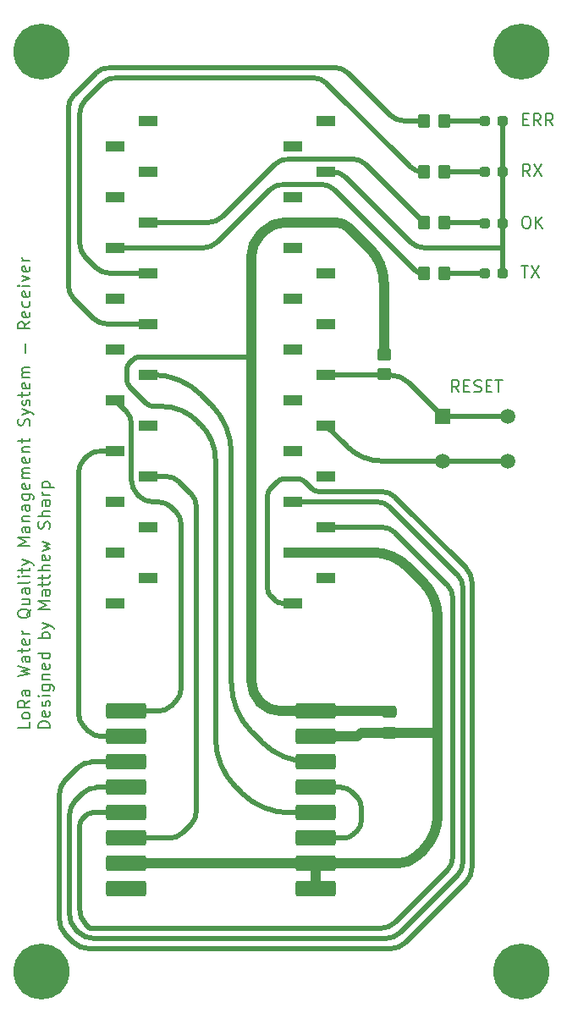
<source format=gbr>
%TF.GenerationSoftware,KiCad,Pcbnew,9.0.4*%
%TF.CreationDate,2025-11-10T15:19:37-05:00*%
%TF.ProjectId,lwqms_receiver,6c77716d-735f-4726-9563-65697665722e,rev?*%
%TF.SameCoordinates,Original*%
%TF.FileFunction,Copper,L1,Top*%
%TF.FilePolarity,Positive*%
%FSLAX46Y46*%
G04 Gerber Fmt 4.6, Leading zero omitted, Abs format (unit mm)*
G04 Created by KiCad (PCBNEW 9.0.4) date 2025-11-10 15:19:37*
%MOMM*%
%LPD*%
G01*
G04 APERTURE LIST*
G04 Aperture macros list*
%AMRoundRect*
0 Rectangle with rounded corners*
0 $1 Rounding radius*
0 $2 $3 $4 $5 $6 $7 $8 $9 X,Y pos of 4 corners*
0 Add a 4 corners polygon primitive as box body*
4,1,4,$2,$3,$4,$5,$6,$7,$8,$9,$2,$3,0*
0 Add four circle primitives for the rounded corners*
1,1,$1+$1,$2,$3*
1,1,$1+$1,$4,$5*
1,1,$1+$1,$6,$7*
1,1,$1+$1,$8,$9*
0 Add four rect primitives between the rounded corners*
20,1,$1+$1,$2,$3,$4,$5,0*
20,1,$1+$1,$4,$5,$6,$7,0*
20,1,$1+$1,$6,$7,$8,$9,0*
20,1,$1+$1,$8,$9,$2,$3,0*%
G04 Aperture macros list end*
%ADD10C,0.150000*%
%TA.AperFunction,NonConductor*%
%ADD11C,0.150000*%
%TD*%
%ADD12C,0.200000*%
%TA.AperFunction,NonConductor*%
%ADD13C,0.200000*%
%TD*%
%TA.AperFunction,SMDPad,CuDef*%
%ADD14RoundRect,0.237500X0.287500X0.237500X-0.287500X0.237500X-0.287500X-0.237500X0.287500X-0.237500X0*%
%TD*%
%TA.AperFunction,ComponentPad*%
%ADD15C,5.600000*%
%TD*%
%TA.AperFunction,SMDPad,CuDef*%
%ADD16RoundRect,0.250000X-0.350000X-0.450000X0.350000X-0.450000X0.350000X0.450000X-0.350000X0.450000X0*%
%TD*%
%TA.AperFunction,ComponentPad*%
%ADD17R,1.498600X1.498600*%
%TD*%
%TA.AperFunction,ComponentPad*%
%ADD18C,1.498600*%
%TD*%
%TA.AperFunction,SMDPad,CuDef*%
%ADD19R,1.900000X1.000000*%
%TD*%
%TA.AperFunction,SMDPad,CuDef*%
%ADD20RoundRect,0.240000X-1.760000X0.560000X-1.760000X-0.560000X1.760000X-0.560000X1.760000X0.560000X0*%
%TD*%
%TA.AperFunction,SMDPad,CuDef*%
%ADD21RoundRect,0.250000X-0.475000X0.337500X-0.475000X-0.337500X0.475000X-0.337500X0.475000X0.337500X0*%
%TD*%
%TA.AperFunction,SMDPad,CuDef*%
%ADD22RoundRect,0.250000X-0.450000X0.350000X-0.450000X-0.350000X0.450000X-0.350000X0.450000X0.350000X0*%
%TD*%
%TA.AperFunction,Conductor*%
%ADD23C,0.500000*%
%TD*%
%TA.AperFunction,Conductor*%
%ADD24C,1.000000*%
%TD*%
G04 APERTURE END LIST*
D10*
D11*
X112845342Y-116615601D02*
X111645342Y-116615601D01*
X111645342Y-116615601D02*
X111645342Y-116329887D01*
X111645342Y-116329887D02*
X111702485Y-116158458D01*
X111702485Y-116158458D02*
X111816771Y-116044173D01*
X111816771Y-116044173D02*
X111931057Y-115987030D01*
X111931057Y-115987030D02*
X112159628Y-115929887D01*
X112159628Y-115929887D02*
X112331057Y-115929887D01*
X112331057Y-115929887D02*
X112559628Y-115987030D01*
X112559628Y-115987030D02*
X112673914Y-116044173D01*
X112673914Y-116044173D02*
X112788200Y-116158458D01*
X112788200Y-116158458D02*
X112845342Y-116329887D01*
X112845342Y-116329887D02*
X112845342Y-116615601D01*
X112788200Y-114958458D02*
X112845342Y-115072744D01*
X112845342Y-115072744D02*
X112845342Y-115301316D01*
X112845342Y-115301316D02*
X112788200Y-115415601D01*
X112788200Y-115415601D02*
X112673914Y-115472744D01*
X112673914Y-115472744D02*
X112216771Y-115472744D01*
X112216771Y-115472744D02*
X112102485Y-115415601D01*
X112102485Y-115415601D02*
X112045342Y-115301316D01*
X112045342Y-115301316D02*
X112045342Y-115072744D01*
X112045342Y-115072744D02*
X112102485Y-114958458D01*
X112102485Y-114958458D02*
X112216771Y-114901316D01*
X112216771Y-114901316D02*
X112331057Y-114901316D01*
X112331057Y-114901316D02*
X112445342Y-115472744D01*
X112788200Y-114444173D02*
X112845342Y-114329887D01*
X112845342Y-114329887D02*
X112845342Y-114101316D01*
X112845342Y-114101316D02*
X112788200Y-113987030D01*
X112788200Y-113987030D02*
X112673914Y-113929887D01*
X112673914Y-113929887D02*
X112616771Y-113929887D01*
X112616771Y-113929887D02*
X112502485Y-113987030D01*
X112502485Y-113987030D02*
X112445342Y-114101316D01*
X112445342Y-114101316D02*
X112445342Y-114272745D01*
X112445342Y-114272745D02*
X112388200Y-114387030D01*
X112388200Y-114387030D02*
X112273914Y-114444173D01*
X112273914Y-114444173D02*
X112216771Y-114444173D01*
X112216771Y-114444173D02*
X112102485Y-114387030D01*
X112102485Y-114387030D02*
X112045342Y-114272745D01*
X112045342Y-114272745D02*
X112045342Y-114101316D01*
X112045342Y-114101316D02*
X112102485Y-113987030D01*
X112845342Y-113415601D02*
X112045342Y-113415601D01*
X111645342Y-113415601D02*
X111702485Y-113472744D01*
X111702485Y-113472744D02*
X111759628Y-113415601D01*
X111759628Y-113415601D02*
X111702485Y-113358458D01*
X111702485Y-113358458D02*
X111645342Y-113415601D01*
X111645342Y-113415601D02*
X111759628Y-113415601D01*
X112045342Y-112329887D02*
X113016771Y-112329887D01*
X113016771Y-112329887D02*
X113131057Y-112387029D01*
X113131057Y-112387029D02*
X113188200Y-112444172D01*
X113188200Y-112444172D02*
X113245342Y-112558458D01*
X113245342Y-112558458D02*
X113245342Y-112729887D01*
X113245342Y-112729887D02*
X113188200Y-112844172D01*
X112788200Y-112329887D02*
X112845342Y-112444172D01*
X112845342Y-112444172D02*
X112845342Y-112672744D01*
X112845342Y-112672744D02*
X112788200Y-112787029D01*
X112788200Y-112787029D02*
X112731057Y-112844172D01*
X112731057Y-112844172D02*
X112616771Y-112901315D01*
X112616771Y-112901315D02*
X112273914Y-112901315D01*
X112273914Y-112901315D02*
X112159628Y-112844172D01*
X112159628Y-112844172D02*
X112102485Y-112787029D01*
X112102485Y-112787029D02*
X112045342Y-112672744D01*
X112045342Y-112672744D02*
X112045342Y-112444172D01*
X112045342Y-112444172D02*
X112102485Y-112329887D01*
X112045342Y-111758458D02*
X112845342Y-111758458D01*
X112159628Y-111758458D02*
X112102485Y-111701315D01*
X112102485Y-111701315D02*
X112045342Y-111587030D01*
X112045342Y-111587030D02*
X112045342Y-111415601D01*
X112045342Y-111415601D02*
X112102485Y-111301315D01*
X112102485Y-111301315D02*
X112216771Y-111244173D01*
X112216771Y-111244173D02*
X112845342Y-111244173D01*
X112788200Y-110215601D02*
X112845342Y-110329887D01*
X112845342Y-110329887D02*
X112845342Y-110558459D01*
X112845342Y-110558459D02*
X112788200Y-110672744D01*
X112788200Y-110672744D02*
X112673914Y-110729887D01*
X112673914Y-110729887D02*
X112216771Y-110729887D01*
X112216771Y-110729887D02*
X112102485Y-110672744D01*
X112102485Y-110672744D02*
X112045342Y-110558459D01*
X112045342Y-110558459D02*
X112045342Y-110329887D01*
X112045342Y-110329887D02*
X112102485Y-110215601D01*
X112102485Y-110215601D02*
X112216771Y-110158459D01*
X112216771Y-110158459D02*
X112331057Y-110158459D01*
X112331057Y-110158459D02*
X112445342Y-110729887D01*
X112845342Y-109129888D02*
X111645342Y-109129888D01*
X112788200Y-109129888D02*
X112845342Y-109244173D01*
X112845342Y-109244173D02*
X112845342Y-109472745D01*
X112845342Y-109472745D02*
X112788200Y-109587030D01*
X112788200Y-109587030D02*
X112731057Y-109644173D01*
X112731057Y-109644173D02*
X112616771Y-109701316D01*
X112616771Y-109701316D02*
X112273914Y-109701316D01*
X112273914Y-109701316D02*
X112159628Y-109644173D01*
X112159628Y-109644173D02*
X112102485Y-109587030D01*
X112102485Y-109587030D02*
X112045342Y-109472745D01*
X112045342Y-109472745D02*
X112045342Y-109244173D01*
X112045342Y-109244173D02*
X112102485Y-109129888D01*
X112845342Y-107644173D02*
X111645342Y-107644173D01*
X112102485Y-107644173D02*
X112045342Y-107529888D01*
X112045342Y-107529888D02*
X112045342Y-107301316D01*
X112045342Y-107301316D02*
X112102485Y-107187030D01*
X112102485Y-107187030D02*
X112159628Y-107129888D01*
X112159628Y-107129888D02*
X112273914Y-107072745D01*
X112273914Y-107072745D02*
X112616771Y-107072745D01*
X112616771Y-107072745D02*
X112731057Y-107129888D01*
X112731057Y-107129888D02*
X112788200Y-107187030D01*
X112788200Y-107187030D02*
X112845342Y-107301316D01*
X112845342Y-107301316D02*
X112845342Y-107529888D01*
X112845342Y-107529888D02*
X112788200Y-107644173D01*
X112045342Y-106672745D02*
X112845342Y-106387031D01*
X112045342Y-106101316D02*
X112845342Y-106387031D01*
X112845342Y-106387031D02*
X113131057Y-106501316D01*
X113131057Y-106501316D02*
X113188200Y-106558459D01*
X113188200Y-106558459D02*
X113245342Y-106672745D01*
X112845342Y-104729887D02*
X111645342Y-104729887D01*
X111645342Y-104729887D02*
X112502485Y-104329887D01*
X112502485Y-104329887D02*
X111645342Y-103929887D01*
X111645342Y-103929887D02*
X112845342Y-103929887D01*
X112845342Y-102844173D02*
X112216771Y-102844173D01*
X112216771Y-102844173D02*
X112102485Y-102901315D01*
X112102485Y-102901315D02*
X112045342Y-103015601D01*
X112045342Y-103015601D02*
X112045342Y-103244173D01*
X112045342Y-103244173D02*
X112102485Y-103358458D01*
X112788200Y-102844173D02*
X112845342Y-102958458D01*
X112845342Y-102958458D02*
X112845342Y-103244173D01*
X112845342Y-103244173D02*
X112788200Y-103358458D01*
X112788200Y-103358458D02*
X112673914Y-103415601D01*
X112673914Y-103415601D02*
X112559628Y-103415601D01*
X112559628Y-103415601D02*
X112445342Y-103358458D01*
X112445342Y-103358458D02*
X112388200Y-103244173D01*
X112388200Y-103244173D02*
X112388200Y-102958458D01*
X112388200Y-102958458D02*
X112331057Y-102844173D01*
X112045342Y-102444173D02*
X112045342Y-101987030D01*
X111645342Y-102272744D02*
X112673914Y-102272744D01*
X112673914Y-102272744D02*
X112788200Y-102215601D01*
X112788200Y-102215601D02*
X112845342Y-102101316D01*
X112845342Y-102101316D02*
X112845342Y-101987030D01*
X112045342Y-101758459D02*
X112045342Y-101301316D01*
X111645342Y-101587030D02*
X112673914Y-101587030D01*
X112673914Y-101587030D02*
X112788200Y-101529887D01*
X112788200Y-101529887D02*
X112845342Y-101415602D01*
X112845342Y-101415602D02*
X112845342Y-101301316D01*
X112845342Y-100901316D02*
X111645342Y-100901316D01*
X112845342Y-100387031D02*
X112216771Y-100387031D01*
X112216771Y-100387031D02*
X112102485Y-100444173D01*
X112102485Y-100444173D02*
X112045342Y-100558459D01*
X112045342Y-100558459D02*
X112045342Y-100729888D01*
X112045342Y-100729888D02*
X112102485Y-100844173D01*
X112102485Y-100844173D02*
X112159628Y-100901316D01*
X112788200Y-99358459D02*
X112845342Y-99472745D01*
X112845342Y-99472745D02*
X112845342Y-99701317D01*
X112845342Y-99701317D02*
X112788200Y-99815602D01*
X112788200Y-99815602D02*
X112673914Y-99872745D01*
X112673914Y-99872745D02*
X112216771Y-99872745D01*
X112216771Y-99872745D02*
X112102485Y-99815602D01*
X112102485Y-99815602D02*
X112045342Y-99701317D01*
X112045342Y-99701317D02*
X112045342Y-99472745D01*
X112045342Y-99472745D02*
X112102485Y-99358459D01*
X112102485Y-99358459D02*
X112216771Y-99301317D01*
X112216771Y-99301317D02*
X112331057Y-99301317D01*
X112331057Y-99301317D02*
X112445342Y-99872745D01*
X112045342Y-98901317D02*
X112845342Y-98672746D01*
X112845342Y-98672746D02*
X112273914Y-98444174D01*
X112273914Y-98444174D02*
X112845342Y-98215603D01*
X112845342Y-98215603D02*
X112045342Y-97987031D01*
X112788200Y-96672745D02*
X112845342Y-96501317D01*
X112845342Y-96501317D02*
X112845342Y-96215602D01*
X112845342Y-96215602D02*
X112788200Y-96101317D01*
X112788200Y-96101317D02*
X112731057Y-96044174D01*
X112731057Y-96044174D02*
X112616771Y-95987031D01*
X112616771Y-95987031D02*
X112502485Y-95987031D01*
X112502485Y-95987031D02*
X112388200Y-96044174D01*
X112388200Y-96044174D02*
X112331057Y-96101317D01*
X112331057Y-96101317D02*
X112273914Y-96215602D01*
X112273914Y-96215602D02*
X112216771Y-96444174D01*
X112216771Y-96444174D02*
X112159628Y-96558459D01*
X112159628Y-96558459D02*
X112102485Y-96615602D01*
X112102485Y-96615602D02*
X111988200Y-96672745D01*
X111988200Y-96672745D02*
X111873914Y-96672745D01*
X111873914Y-96672745D02*
X111759628Y-96615602D01*
X111759628Y-96615602D02*
X111702485Y-96558459D01*
X111702485Y-96558459D02*
X111645342Y-96444174D01*
X111645342Y-96444174D02*
X111645342Y-96158459D01*
X111645342Y-96158459D02*
X111702485Y-95987031D01*
X112845342Y-95472745D02*
X111645342Y-95472745D01*
X112845342Y-94958460D02*
X112216771Y-94958460D01*
X112216771Y-94958460D02*
X112102485Y-95015602D01*
X112102485Y-95015602D02*
X112045342Y-95129888D01*
X112045342Y-95129888D02*
X112045342Y-95301317D01*
X112045342Y-95301317D02*
X112102485Y-95415602D01*
X112102485Y-95415602D02*
X112159628Y-95472745D01*
X112845342Y-93872746D02*
X112216771Y-93872746D01*
X112216771Y-93872746D02*
X112102485Y-93929888D01*
X112102485Y-93929888D02*
X112045342Y-94044174D01*
X112045342Y-94044174D02*
X112045342Y-94272746D01*
X112045342Y-94272746D02*
X112102485Y-94387031D01*
X112788200Y-93872746D02*
X112845342Y-93987031D01*
X112845342Y-93987031D02*
X112845342Y-94272746D01*
X112845342Y-94272746D02*
X112788200Y-94387031D01*
X112788200Y-94387031D02*
X112673914Y-94444174D01*
X112673914Y-94444174D02*
X112559628Y-94444174D01*
X112559628Y-94444174D02*
X112445342Y-94387031D01*
X112445342Y-94387031D02*
X112388200Y-94272746D01*
X112388200Y-94272746D02*
X112388200Y-93987031D01*
X112388200Y-93987031D02*
X112331057Y-93872746D01*
X112845342Y-93301317D02*
X112045342Y-93301317D01*
X112273914Y-93301317D02*
X112159628Y-93244174D01*
X112159628Y-93244174D02*
X112102485Y-93187032D01*
X112102485Y-93187032D02*
X112045342Y-93072746D01*
X112045342Y-93072746D02*
X112045342Y-92958460D01*
X112045342Y-92558460D02*
X113245342Y-92558460D01*
X112102485Y-92558460D02*
X112045342Y-92444175D01*
X112045342Y-92444175D02*
X112045342Y-92215603D01*
X112045342Y-92215603D02*
X112102485Y-92101317D01*
X112102485Y-92101317D02*
X112159628Y-92044175D01*
X112159628Y-92044175D02*
X112273914Y-91987032D01*
X112273914Y-91987032D02*
X112616771Y-91987032D01*
X112616771Y-91987032D02*
X112731057Y-92044175D01*
X112731057Y-92044175D02*
X112788200Y-92101317D01*
X112788200Y-92101317D02*
X112845342Y-92215603D01*
X112845342Y-92215603D02*
X112845342Y-92444175D01*
X112845342Y-92444175D02*
X112788200Y-92558460D01*
D12*
D13*
X160869006Y-61437742D02*
X160469006Y-60866314D01*
X160183292Y-61437742D02*
X160183292Y-60237742D01*
X160183292Y-60237742D02*
X160640435Y-60237742D01*
X160640435Y-60237742D02*
X160754720Y-60294885D01*
X160754720Y-60294885D02*
X160811863Y-60352028D01*
X160811863Y-60352028D02*
X160869006Y-60466314D01*
X160869006Y-60466314D02*
X160869006Y-60637742D01*
X160869006Y-60637742D02*
X160811863Y-60752028D01*
X160811863Y-60752028D02*
X160754720Y-60809171D01*
X160754720Y-60809171D02*
X160640435Y-60866314D01*
X160640435Y-60866314D02*
X160183292Y-60866314D01*
X161269006Y-60237742D02*
X162069006Y-61437742D01*
X162069006Y-60237742D02*
X161269006Y-61437742D01*
D12*
D13*
X160183292Y-55729171D02*
X160583292Y-55729171D01*
X160754720Y-56357742D02*
X160183292Y-56357742D01*
X160183292Y-56357742D02*
X160183292Y-55157742D01*
X160183292Y-55157742D02*
X160754720Y-55157742D01*
X161954720Y-56357742D02*
X161554720Y-55786314D01*
X161269006Y-56357742D02*
X161269006Y-55157742D01*
X161269006Y-55157742D02*
X161726149Y-55157742D01*
X161726149Y-55157742D02*
X161840434Y-55214885D01*
X161840434Y-55214885D02*
X161897577Y-55272028D01*
X161897577Y-55272028D02*
X161954720Y-55386314D01*
X161954720Y-55386314D02*
X161954720Y-55557742D01*
X161954720Y-55557742D02*
X161897577Y-55672028D01*
X161897577Y-55672028D02*
X161840434Y-55729171D01*
X161840434Y-55729171D02*
X161726149Y-55786314D01*
X161726149Y-55786314D02*
X161269006Y-55786314D01*
X163154720Y-56357742D02*
X162754720Y-55786314D01*
X162469006Y-56357742D02*
X162469006Y-55157742D01*
X162469006Y-55157742D02*
X162926149Y-55157742D01*
X162926149Y-55157742D02*
X163040434Y-55214885D01*
X163040434Y-55214885D02*
X163097577Y-55272028D01*
X163097577Y-55272028D02*
X163154720Y-55386314D01*
X163154720Y-55386314D02*
X163154720Y-55557742D01*
X163154720Y-55557742D02*
X163097577Y-55672028D01*
X163097577Y-55672028D02*
X163040434Y-55729171D01*
X163040434Y-55729171D02*
X162926149Y-55786314D01*
X162926149Y-55786314D02*
X162469006Y-55786314D01*
D12*
D13*
X160011863Y-70397742D02*
X160697578Y-70397742D01*
X160354720Y-71597742D02*
X160354720Y-70397742D01*
X160983292Y-70397742D02*
X161783292Y-71597742D01*
X161783292Y-70397742D02*
X160983292Y-71597742D01*
D12*
D13*
X153757006Y-83027742D02*
X153357006Y-82456314D01*
X153071292Y-83027742D02*
X153071292Y-81827742D01*
X153071292Y-81827742D02*
X153528435Y-81827742D01*
X153528435Y-81827742D02*
X153642720Y-81884885D01*
X153642720Y-81884885D02*
X153699863Y-81942028D01*
X153699863Y-81942028D02*
X153757006Y-82056314D01*
X153757006Y-82056314D02*
X153757006Y-82227742D01*
X153757006Y-82227742D02*
X153699863Y-82342028D01*
X153699863Y-82342028D02*
X153642720Y-82399171D01*
X153642720Y-82399171D02*
X153528435Y-82456314D01*
X153528435Y-82456314D02*
X153071292Y-82456314D01*
X154271292Y-82399171D02*
X154671292Y-82399171D01*
X154842720Y-83027742D02*
X154271292Y-83027742D01*
X154271292Y-83027742D02*
X154271292Y-81827742D01*
X154271292Y-81827742D02*
X154842720Y-81827742D01*
X155299863Y-82970600D02*
X155471292Y-83027742D01*
X155471292Y-83027742D02*
X155757006Y-83027742D01*
X155757006Y-83027742D02*
X155871292Y-82970600D01*
X155871292Y-82970600D02*
X155928434Y-82913457D01*
X155928434Y-82913457D02*
X155985577Y-82799171D01*
X155985577Y-82799171D02*
X155985577Y-82684885D01*
X155985577Y-82684885D02*
X155928434Y-82570600D01*
X155928434Y-82570600D02*
X155871292Y-82513457D01*
X155871292Y-82513457D02*
X155757006Y-82456314D01*
X155757006Y-82456314D02*
X155528434Y-82399171D01*
X155528434Y-82399171D02*
X155414149Y-82342028D01*
X155414149Y-82342028D02*
X155357006Y-82284885D01*
X155357006Y-82284885D02*
X155299863Y-82170600D01*
X155299863Y-82170600D02*
X155299863Y-82056314D01*
X155299863Y-82056314D02*
X155357006Y-81942028D01*
X155357006Y-81942028D02*
X155414149Y-81884885D01*
X155414149Y-81884885D02*
X155528434Y-81827742D01*
X155528434Y-81827742D02*
X155814149Y-81827742D01*
X155814149Y-81827742D02*
X155985577Y-81884885D01*
X156499863Y-82399171D02*
X156899863Y-82399171D01*
X157071291Y-83027742D02*
X156499863Y-83027742D01*
X156499863Y-83027742D02*
X156499863Y-81827742D01*
X156499863Y-81827742D02*
X157071291Y-81827742D01*
X157414148Y-81827742D02*
X158099863Y-81827742D01*
X157757005Y-83027742D02*
X157757005Y-81827742D01*
D12*
D13*
X160411863Y-65444742D02*
X160640435Y-65444742D01*
X160640435Y-65444742D02*
X160754720Y-65501885D01*
X160754720Y-65501885D02*
X160869006Y-65616171D01*
X160869006Y-65616171D02*
X160926149Y-65844742D01*
X160926149Y-65844742D02*
X160926149Y-66244742D01*
X160926149Y-66244742D02*
X160869006Y-66473314D01*
X160869006Y-66473314D02*
X160754720Y-66587600D01*
X160754720Y-66587600D02*
X160640435Y-66644742D01*
X160640435Y-66644742D02*
X160411863Y-66644742D01*
X160411863Y-66644742D02*
X160297578Y-66587600D01*
X160297578Y-66587600D02*
X160183292Y-66473314D01*
X160183292Y-66473314D02*
X160126149Y-66244742D01*
X160126149Y-66244742D02*
X160126149Y-65844742D01*
X160126149Y-65844742D02*
X160183292Y-65616171D01*
X160183292Y-65616171D02*
X160297578Y-65501885D01*
X160297578Y-65501885D02*
X160411863Y-65444742D01*
X161440435Y-66644742D02*
X161440435Y-65444742D01*
X162126149Y-66644742D02*
X161611863Y-65959028D01*
X162126149Y-65444742D02*
X161440435Y-66130457D01*
D10*
D11*
X110845342Y-116044173D02*
X110845342Y-116615601D01*
X110845342Y-116615601D02*
X109645342Y-116615601D01*
X110845342Y-115472744D02*
X110788200Y-115587029D01*
X110788200Y-115587029D02*
X110731057Y-115644172D01*
X110731057Y-115644172D02*
X110616771Y-115701315D01*
X110616771Y-115701315D02*
X110273914Y-115701315D01*
X110273914Y-115701315D02*
X110159628Y-115644172D01*
X110159628Y-115644172D02*
X110102485Y-115587029D01*
X110102485Y-115587029D02*
X110045342Y-115472744D01*
X110045342Y-115472744D02*
X110045342Y-115301315D01*
X110045342Y-115301315D02*
X110102485Y-115187029D01*
X110102485Y-115187029D02*
X110159628Y-115129887D01*
X110159628Y-115129887D02*
X110273914Y-115072744D01*
X110273914Y-115072744D02*
X110616771Y-115072744D01*
X110616771Y-115072744D02*
X110731057Y-115129887D01*
X110731057Y-115129887D02*
X110788200Y-115187029D01*
X110788200Y-115187029D02*
X110845342Y-115301315D01*
X110845342Y-115301315D02*
X110845342Y-115472744D01*
X110845342Y-113872744D02*
X110273914Y-114272744D01*
X110845342Y-114558458D02*
X109645342Y-114558458D01*
X109645342Y-114558458D02*
X109645342Y-114101315D01*
X109645342Y-114101315D02*
X109702485Y-113987030D01*
X109702485Y-113987030D02*
X109759628Y-113929887D01*
X109759628Y-113929887D02*
X109873914Y-113872744D01*
X109873914Y-113872744D02*
X110045342Y-113872744D01*
X110045342Y-113872744D02*
X110159628Y-113929887D01*
X110159628Y-113929887D02*
X110216771Y-113987030D01*
X110216771Y-113987030D02*
X110273914Y-114101315D01*
X110273914Y-114101315D02*
X110273914Y-114558458D01*
X110845342Y-112844173D02*
X110216771Y-112844173D01*
X110216771Y-112844173D02*
X110102485Y-112901315D01*
X110102485Y-112901315D02*
X110045342Y-113015601D01*
X110045342Y-113015601D02*
X110045342Y-113244173D01*
X110045342Y-113244173D02*
X110102485Y-113358458D01*
X110788200Y-112844173D02*
X110845342Y-112958458D01*
X110845342Y-112958458D02*
X110845342Y-113244173D01*
X110845342Y-113244173D02*
X110788200Y-113358458D01*
X110788200Y-113358458D02*
X110673914Y-113415601D01*
X110673914Y-113415601D02*
X110559628Y-113415601D01*
X110559628Y-113415601D02*
X110445342Y-113358458D01*
X110445342Y-113358458D02*
X110388200Y-113244173D01*
X110388200Y-113244173D02*
X110388200Y-112958458D01*
X110388200Y-112958458D02*
X110331057Y-112844173D01*
X109645342Y-111472744D02*
X110845342Y-111187030D01*
X110845342Y-111187030D02*
X109988200Y-110958458D01*
X109988200Y-110958458D02*
X110845342Y-110729887D01*
X110845342Y-110729887D02*
X109645342Y-110444173D01*
X110845342Y-109472744D02*
X110216771Y-109472744D01*
X110216771Y-109472744D02*
X110102485Y-109529886D01*
X110102485Y-109529886D02*
X110045342Y-109644172D01*
X110045342Y-109644172D02*
X110045342Y-109872744D01*
X110045342Y-109872744D02*
X110102485Y-109987029D01*
X110788200Y-109472744D02*
X110845342Y-109587029D01*
X110845342Y-109587029D02*
X110845342Y-109872744D01*
X110845342Y-109872744D02*
X110788200Y-109987029D01*
X110788200Y-109987029D02*
X110673914Y-110044172D01*
X110673914Y-110044172D02*
X110559628Y-110044172D01*
X110559628Y-110044172D02*
X110445342Y-109987029D01*
X110445342Y-109987029D02*
X110388200Y-109872744D01*
X110388200Y-109872744D02*
X110388200Y-109587029D01*
X110388200Y-109587029D02*
X110331057Y-109472744D01*
X110045342Y-109072744D02*
X110045342Y-108615601D01*
X109645342Y-108901315D02*
X110673914Y-108901315D01*
X110673914Y-108901315D02*
X110788200Y-108844172D01*
X110788200Y-108844172D02*
X110845342Y-108729887D01*
X110845342Y-108729887D02*
X110845342Y-108615601D01*
X110788200Y-107758458D02*
X110845342Y-107872744D01*
X110845342Y-107872744D02*
X110845342Y-108101316D01*
X110845342Y-108101316D02*
X110788200Y-108215601D01*
X110788200Y-108215601D02*
X110673914Y-108272744D01*
X110673914Y-108272744D02*
X110216771Y-108272744D01*
X110216771Y-108272744D02*
X110102485Y-108215601D01*
X110102485Y-108215601D02*
X110045342Y-108101316D01*
X110045342Y-108101316D02*
X110045342Y-107872744D01*
X110045342Y-107872744D02*
X110102485Y-107758458D01*
X110102485Y-107758458D02*
X110216771Y-107701316D01*
X110216771Y-107701316D02*
X110331057Y-107701316D01*
X110331057Y-107701316D02*
X110445342Y-108272744D01*
X110845342Y-107187030D02*
X110045342Y-107187030D01*
X110273914Y-107187030D02*
X110159628Y-107129887D01*
X110159628Y-107129887D02*
X110102485Y-107072745D01*
X110102485Y-107072745D02*
X110045342Y-106958459D01*
X110045342Y-106958459D02*
X110045342Y-106844173D01*
X110959628Y-104729887D02*
X110902485Y-104844173D01*
X110902485Y-104844173D02*
X110788200Y-104958459D01*
X110788200Y-104958459D02*
X110616771Y-105129887D01*
X110616771Y-105129887D02*
X110559628Y-105244173D01*
X110559628Y-105244173D02*
X110559628Y-105358459D01*
X110845342Y-105301316D02*
X110788200Y-105415602D01*
X110788200Y-105415602D02*
X110673914Y-105529887D01*
X110673914Y-105529887D02*
X110445342Y-105587030D01*
X110445342Y-105587030D02*
X110045342Y-105587030D01*
X110045342Y-105587030D02*
X109816771Y-105529887D01*
X109816771Y-105529887D02*
X109702485Y-105415602D01*
X109702485Y-105415602D02*
X109645342Y-105301316D01*
X109645342Y-105301316D02*
X109645342Y-105072744D01*
X109645342Y-105072744D02*
X109702485Y-104958459D01*
X109702485Y-104958459D02*
X109816771Y-104844173D01*
X109816771Y-104844173D02*
X110045342Y-104787030D01*
X110045342Y-104787030D02*
X110445342Y-104787030D01*
X110445342Y-104787030D02*
X110673914Y-104844173D01*
X110673914Y-104844173D02*
X110788200Y-104958459D01*
X110788200Y-104958459D02*
X110845342Y-105072744D01*
X110845342Y-105072744D02*
X110845342Y-105301316D01*
X110045342Y-103758459D02*
X110845342Y-103758459D01*
X110045342Y-104272744D02*
X110673914Y-104272744D01*
X110673914Y-104272744D02*
X110788200Y-104215601D01*
X110788200Y-104215601D02*
X110845342Y-104101316D01*
X110845342Y-104101316D02*
X110845342Y-103929887D01*
X110845342Y-103929887D02*
X110788200Y-103815601D01*
X110788200Y-103815601D02*
X110731057Y-103758459D01*
X110845342Y-102672745D02*
X110216771Y-102672745D01*
X110216771Y-102672745D02*
X110102485Y-102729887D01*
X110102485Y-102729887D02*
X110045342Y-102844173D01*
X110045342Y-102844173D02*
X110045342Y-103072745D01*
X110045342Y-103072745D02*
X110102485Y-103187030D01*
X110788200Y-102672745D02*
X110845342Y-102787030D01*
X110845342Y-102787030D02*
X110845342Y-103072745D01*
X110845342Y-103072745D02*
X110788200Y-103187030D01*
X110788200Y-103187030D02*
X110673914Y-103244173D01*
X110673914Y-103244173D02*
X110559628Y-103244173D01*
X110559628Y-103244173D02*
X110445342Y-103187030D01*
X110445342Y-103187030D02*
X110388200Y-103072745D01*
X110388200Y-103072745D02*
X110388200Y-102787030D01*
X110388200Y-102787030D02*
X110331057Y-102672745D01*
X110845342Y-101929888D02*
X110788200Y-102044173D01*
X110788200Y-102044173D02*
X110673914Y-102101316D01*
X110673914Y-102101316D02*
X109645342Y-102101316D01*
X110845342Y-101472745D02*
X110045342Y-101472745D01*
X109645342Y-101472745D02*
X109702485Y-101529888D01*
X109702485Y-101529888D02*
X109759628Y-101472745D01*
X109759628Y-101472745D02*
X109702485Y-101415602D01*
X109702485Y-101415602D02*
X109645342Y-101472745D01*
X109645342Y-101472745D02*
X109759628Y-101472745D01*
X110045342Y-101072745D02*
X110045342Y-100615602D01*
X109645342Y-100901316D02*
X110673914Y-100901316D01*
X110673914Y-100901316D02*
X110788200Y-100844173D01*
X110788200Y-100844173D02*
X110845342Y-100729888D01*
X110845342Y-100729888D02*
X110845342Y-100615602D01*
X110045342Y-100329888D02*
X110845342Y-100044174D01*
X110045342Y-99758459D02*
X110845342Y-100044174D01*
X110845342Y-100044174D02*
X111131057Y-100158459D01*
X111131057Y-100158459D02*
X111188200Y-100215602D01*
X111188200Y-100215602D02*
X111245342Y-100329888D01*
X110845342Y-98387030D02*
X109645342Y-98387030D01*
X109645342Y-98387030D02*
X110502485Y-97987030D01*
X110502485Y-97987030D02*
X109645342Y-97587030D01*
X109645342Y-97587030D02*
X110845342Y-97587030D01*
X110845342Y-96501316D02*
X110216771Y-96501316D01*
X110216771Y-96501316D02*
X110102485Y-96558458D01*
X110102485Y-96558458D02*
X110045342Y-96672744D01*
X110045342Y-96672744D02*
X110045342Y-96901316D01*
X110045342Y-96901316D02*
X110102485Y-97015601D01*
X110788200Y-96501316D02*
X110845342Y-96615601D01*
X110845342Y-96615601D02*
X110845342Y-96901316D01*
X110845342Y-96901316D02*
X110788200Y-97015601D01*
X110788200Y-97015601D02*
X110673914Y-97072744D01*
X110673914Y-97072744D02*
X110559628Y-97072744D01*
X110559628Y-97072744D02*
X110445342Y-97015601D01*
X110445342Y-97015601D02*
X110388200Y-96901316D01*
X110388200Y-96901316D02*
X110388200Y-96615601D01*
X110388200Y-96615601D02*
X110331057Y-96501316D01*
X110045342Y-95929887D02*
X110845342Y-95929887D01*
X110159628Y-95929887D02*
X110102485Y-95872744D01*
X110102485Y-95872744D02*
X110045342Y-95758459D01*
X110045342Y-95758459D02*
X110045342Y-95587030D01*
X110045342Y-95587030D02*
X110102485Y-95472744D01*
X110102485Y-95472744D02*
X110216771Y-95415602D01*
X110216771Y-95415602D02*
X110845342Y-95415602D01*
X110845342Y-94329888D02*
X110216771Y-94329888D01*
X110216771Y-94329888D02*
X110102485Y-94387030D01*
X110102485Y-94387030D02*
X110045342Y-94501316D01*
X110045342Y-94501316D02*
X110045342Y-94729888D01*
X110045342Y-94729888D02*
X110102485Y-94844173D01*
X110788200Y-94329888D02*
X110845342Y-94444173D01*
X110845342Y-94444173D02*
X110845342Y-94729888D01*
X110845342Y-94729888D02*
X110788200Y-94844173D01*
X110788200Y-94844173D02*
X110673914Y-94901316D01*
X110673914Y-94901316D02*
X110559628Y-94901316D01*
X110559628Y-94901316D02*
X110445342Y-94844173D01*
X110445342Y-94844173D02*
X110388200Y-94729888D01*
X110388200Y-94729888D02*
X110388200Y-94444173D01*
X110388200Y-94444173D02*
X110331057Y-94329888D01*
X110045342Y-93244174D02*
X111016771Y-93244174D01*
X111016771Y-93244174D02*
X111131057Y-93301316D01*
X111131057Y-93301316D02*
X111188200Y-93358459D01*
X111188200Y-93358459D02*
X111245342Y-93472745D01*
X111245342Y-93472745D02*
X111245342Y-93644174D01*
X111245342Y-93644174D02*
X111188200Y-93758459D01*
X110788200Y-93244174D02*
X110845342Y-93358459D01*
X110845342Y-93358459D02*
X110845342Y-93587031D01*
X110845342Y-93587031D02*
X110788200Y-93701316D01*
X110788200Y-93701316D02*
X110731057Y-93758459D01*
X110731057Y-93758459D02*
X110616771Y-93815602D01*
X110616771Y-93815602D02*
X110273914Y-93815602D01*
X110273914Y-93815602D02*
X110159628Y-93758459D01*
X110159628Y-93758459D02*
X110102485Y-93701316D01*
X110102485Y-93701316D02*
X110045342Y-93587031D01*
X110045342Y-93587031D02*
X110045342Y-93358459D01*
X110045342Y-93358459D02*
X110102485Y-93244174D01*
X110788200Y-92215602D02*
X110845342Y-92329888D01*
X110845342Y-92329888D02*
X110845342Y-92558460D01*
X110845342Y-92558460D02*
X110788200Y-92672745D01*
X110788200Y-92672745D02*
X110673914Y-92729888D01*
X110673914Y-92729888D02*
X110216771Y-92729888D01*
X110216771Y-92729888D02*
X110102485Y-92672745D01*
X110102485Y-92672745D02*
X110045342Y-92558460D01*
X110045342Y-92558460D02*
X110045342Y-92329888D01*
X110045342Y-92329888D02*
X110102485Y-92215602D01*
X110102485Y-92215602D02*
X110216771Y-92158460D01*
X110216771Y-92158460D02*
X110331057Y-92158460D01*
X110331057Y-92158460D02*
X110445342Y-92729888D01*
X110845342Y-91644174D02*
X110045342Y-91644174D01*
X110159628Y-91644174D02*
X110102485Y-91587031D01*
X110102485Y-91587031D02*
X110045342Y-91472746D01*
X110045342Y-91472746D02*
X110045342Y-91301317D01*
X110045342Y-91301317D02*
X110102485Y-91187031D01*
X110102485Y-91187031D02*
X110216771Y-91129889D01*
X110216771Y-91129889D02*
X110845342Y-91129889D01*
X110216771Y-91129889D02*
X110102485Y-91072746D01*
X110102485Y-91072746D02*
X110045342Y-90958460D01*
X110045342Y-90958460D02*
X110045342Y-90787031D01*
X110045342Y-90787031D02*
X110102485Y-90672746D01*
X110102485Y-90672746D02*
X110216771Y-90615603D01*
X110216771Y-90615603D02*
X110845342Y-90615603D01*
X110788200Y-89587031D02*
X110845342Y-89701317D01*
X110845342Y-89701317D02*
X110845342Y-89929889D01*
X110845342Y-89929889D02*
X110788200Y-90044174D01*
X110788200Y-90044174D02*
X110673914Y-90101317D01*
X110673914Y-90101317D02*
X110216771Y-90101317D01*
X110216771Y-90101317D02*
X110102485Y-90044174D01*
X110102485Y-90044174D02*
X110045342Y-89929889D01*
X110045342Y-89929889D02*
X110045342Y-89701317D01*
X110045342Y-89701317D02*
X110102485Y-89587031D01*
X110102485Y-89587031D02*
X110216771Y-89529889D01*
X110216771Y-89529889D02*
X110331057Y-89529889D01*
X110331057Y-89529889D02*
X110445342Y-90101317D01*
X110045342Y-89015603D02*
X110845342Y-89015603D01*
X110159628Y-89015603D02*
X110102485Y-88958460D01*
X110102485Y-88958460D02*
X110045342Y-88844175D01*
X110045342Y-88844175D02*
X110045342Y-88672746D01*
X110045342Y-88672746D02*
X110102485Y-88558460D01*
X110102485Y-88558460D02*
X110216771Y-88501318D01*
X110216771Y-88501318D02*
X110845342Y-88501318D01*
X110045342Y-88101318D02*
X110045342Y-87644175D01*
X109645342Y-87929889D02*
X110673914Y-87929889D01*
X110673914Y-87929889D02*
X110788200Y-87872746D01*
X110788200Y-87872746D02*
X110845342Y-87758461D01*
X110845342Y-87758461D02*
X110845342Y-87644175D01*
X110788200Y-86387032D02*
X110845342Y-86215604D01*
X110845342Y-86215604D02*
X110845342Y-85929889D01*
X110845342Y-85929889D02*
X110788200Y-85815604D01*
X110788200Y-85815604D02*
X110731057Y-85758461D01*
X110731057Y-85758461D02*
X110616771Y-85701318D01*
X110616771Y-85701318D02*
X110502485Y-85701318D01*
X110502485Y-85701318D02*
X110388200Y-85758461D01*
X110388200Y-85758461D02*
X110331057Y-85815604D01*
X110331057Y-85815604D02*
X110273914Y-85929889D01*
X110273914Y-85929889D02*
X110216771Y-86158461D01*
X110216771Y-86158461D02*
X110159628Y-86272746D01*
X110159628Y-86272746D02*
X110102485Y-86329889D01*
X110102485Y-86329889D02*
X109988200Y-86387032D01*
X109988200Y-86387032D02*
X109873914Y-86387032D01*
X109873914Y-86387032D02*
X109759628Y-86329889D01*
X109759628Y-86329889D02*
X109702485Y-86272746D01*
X109702485Y-86272746D02*
X109645342Y-86158461D01*
X109645342Y-86158461D02*
X109645342Y-85872746D01*
X109645342Y-85872746D02*
X109702485Y-85701318D01*
X110045342Y-85301318D02*
X110845342Y-85015604D01*
X110045342Y-84729889D02*
X110845342Y-85015604D01*
X110845342Y-85015604D02*
X111131057Y-85129889D01*
X111131057Y-85129889D02*
X111188200Y-85187032D01*
X111188200Y-85187032D02*
X111245342Y-85301318D01*
X110788200Y-84329889D02*
X110845342Y-84215603D01*
X110845342Y-84215603D02*
X110845342Y-83987032D01*
X110845342Y-83987032D02*
X110788200Y-83872746D01*
X110788200Y-83872746D02*
X110673914Y-83815603D01*
X110673914Y-83815603D02*
X110616771Y-83815603D01*
X110616771Y-83815603D02*
X110502485Y-83872746D01*
X110502485Y-83872746D02*
X110445342Y-83987032D01*
X110445342Y-83987032D02*
X110445342Y-84158461D01*
X110445342Y-84158461D02*
X110388200Y-84272746D01*
X110388200Y-84272746D02*
X110273914Y-84329889D01*
X110273914Y-84329889D02*
X110216771Y-84329889D01*
X110216771Y-84329889D02*
X110102485Y-84272746D01*
X110102485Y-84272746D02*
X110045342Y-84158461D01*
X110045342Y-84158461D02*
X110045342Y-83987032D01*
X110045342Y-83987032D02*
X110102485Y-83872746D01*
X110045342Y-83472746D02*
X110045342Y-83015603D01*
X109645342Y-83301317D02*
X110673914Y-83301317D01*
X110673914Y-83301317D02*
X110788200Y-83244174D01*
X110788200Y-83244174D02*
X110845342Y-83129889D01*
X110845342Y-83129889D02*
X110845342Y-83015603D01*
X110788200Y-82158460D02*
X110845342Y-82272746D01*
X110845342Y-82272746D02*
X110845342Y-82501318D01*
X110845342Y-82501318D02*
X110788200Y-82615603D01*
X110788200Y-82615603D02*
X110673914Y-82672746D01*
X110673914Y-82672746D02*
X110216771Y-82672746D01*
X110216771Y-82672746D02*
X110102485Y-82615603D01*
X110102485Y-82615603D02*
X110045342Y-82501318D01*
X110045342Y-82501318D02*
X110045342Y-82272746D01*
X110045342Y-82272746D02*
X110102485Y-82158460D01*
X110102485Y-82158460D02*
X110216771Y-82101318D01*
X110216771Y-82101318D02*
X110331057Y-82101318D01*
X110331057Y-82101318D02*
X110445342Y-82672746D01*
X110845342Y-81587032D02*
X110045342Y-81587032D01*
X110159628Y-81587032D02*
X110102485Y-81529889D01*
X110102485Y-81529889D02*
X110045342Y-81415604D01*
X110045342Y-81415604D02*
X110045342Y-81244175D01*
X110045342Y-81244175D02*
X110102485Y-81129889D01*
X110102485Y-81129889D02*
X110216771Y-81072747D01*
X110216771Y-81072747D02*
X110845342Y-81072747D01*
X110216771Y-81072747D02*
X110102485Y-81015604D01*
X110102485Y-81015604D02*
X110045342Y-80901318D01*
X110045342Y-80901318D02*
X110045342Y-80729889D01*
X110045342Y-80729889D02*
X110102485Y-80615604D01*
X110102485Y-80615604D02*
X110216771Y-80558461D01*
X110216771Y-80558461D02*
X110845342Y-80558461D01*
X110388200Y-79072746D02*
X110388200Y-78158461D01*
X110845342Y-75987032D02*
X110273914Y-76387032D01*
X110845342Y-76672746D02*
X109645342Y-76672746D01*
X109645342Y-76672746D02*
X109645342Y-76215603D01*
X109645342Y-76215603D02*
X109702485Y-76101318D01*
X109702485Y-76101318D02*
X109759628Y-76044175D01*
X109759628Y-76044175D02*
X109873914Y-75987032D01*
X109873914Y-75987032D02*
X110045342Y-75987032D01*
X110045342Y-75987032D02*
X110159628Y-76044175D01*
X110159628Y-76044175D02*
X110216771Y-76101318D01*
X110216771Y-76101318D02*
X110273914Y-76215603D01*
X110273914Y-76215603D02*
X110273914Y-76672746D01*
X110788200Y-75015603D02*
X110845342Y-75129889D01*
X110845342Y-75129889D02*
X110845342Y-75358461D01*
X110845342Y-75358461D02*
X110788200Y-75472746D01*
X110788200Y-75472746D02*
X110673914Y-75529889D01*
X110673914Y-75529889D02*
X110216771Y-75529889D01*
X110216771Y-75529889D02*
X110102485Y-75472746D01*
X110102485Y-75472746D02*
X110045342Y-75358461D01*
X110045342Y-75358461D02*
X110045342Y-75129889D01*
X110045342Y-75129889D02*
X110102485Y-75015603D01*
X110102485Y-75015603D02*
X110216771Y-74958461D01*
X110216771Y-74958461D02*
X110331057Y-74958461D01*
X110331057Y-74958461D02*
X110445342Y-75529889D01*
X110788200Y-73929890D02*
X110845342Y-74044175D01*
X110845342Y-74044175D02*
X110845342Y-74272747D01*
X110845342Y-74272747D02*
X110788200Y-74387032D01*
X110788200Y-74387032D02*
X110731057Y-74444175D01*
X110731057Y-74444175D02*
X110616771Y-74501318D01*
X110616771Y-74501318D02*
X110273914Y-74501318D01*
X110273914Y-74501318D02*
X110159628Y-74444175D01*
X110159628Y-74444175D02*
X110102485Y-74387032D01*
X110102485Y-74387032D02*
X110045342Y-74272747D01*
X110045342Y-74272747D02*
X110045342Y-74044175D01*
X110045342Y-74044175D02*
X110102485Y-73929890D01*
X110788200Y-72958461D02*
X110845342Y-73072747D01*
X110845342Y-73072747D02*
X110845342Y-73301319D01*
X110845342Y-73301319D02*
X110788200Y-73415604D01*
X110788200Y-73415604D02*
X110673914Y-73472747D01*
X110673914Y-73472747D02*
X110216771Y-73472747D01*
X110216771Y-73472747D02*
X110102485Y-73415604D01*
X110102485Y-73415604D02*
X110045342Y-73301319D01*
X110045342Y-73301319D02*
X110045342Y-73072747D01*
X110045342Y-73072747D02*
X110102485Y-72958461D01*
X110102485Y-72958461D02*
X110216771Y-72901319D01*
X110216771Y-72901319D02*
X110331057Y-72901319D01*
X110331057Y-72901319D02*
X110445342Y-73472747D01*
X110845342Y-72387033D02*
X110045342Y-72387033D01*
X109645342Y-72387033D02*
X109702485Y-72444176D01*
X109702485Y-72444176D02*
X109759628Y-72387033D01*
X109759628Y-72387033D02*
X109702485Y-72329890D01*
X109702485Y-72329890D02*
X109645342Y-72387033D01*
X109645342Y-72387033D02*
X109759628Y-72387033D01*
X110045342Y-71929890D02*
X110845342Y-71644176D01*
X110845342Y-71644176D02*
X110045342Y-71358461D01*
X110788200Y-70444175D02*
X110845342Y-70558461D01*
X110845342Y-70558461D02*
X110845342Y-70787033D01*
X110845342Y-70787033D02*
X110788200Y-70901318D01*
X110788200Y-70901318D02*
X110673914Y-70958461D01*
X110673914Y-70958461D02*
X110216771Y-70958461D01*
X110216771Y-70958461D02*
X110102485Y-70901318D01*
X110102485Y-70901318D02*
X110045342Y-70787033D01*
X110045342Y-70787033D02*
X110045342Y-70558461D01*
X110045342Y-70558461D02*
X110102485Y-70444175D01*
X110102485Y-70444175D02*
X110216771Y-70387033D01*
X110216771Y-70387033D02*
X110331057Y-70387033D01*
X110331057Y-70387033D02*
X110445342Y-70958461D01*
X110845342Y-69872747D02*
X110045342Y-69872747D01*
X110273914Y-69872747D02*
X110159628Y-69815604D01*
X110159628Y-69815604D02*
X110102485Y-69758462D01*
X110102485Y-69758462D02*
X110045342Y-69644176D01*
X110045342Y-69644176D02*
X110045342Y-69529890D01*
D14*
%TO.P,D4,1,K*%
%TO.N,GND2*%
X158131000Y-66138000D03*
%TO.P,D4,2,A*%
%TO.N,Net-(D4-A)*%
X156381000Y-66138000D03*
%TD*%
D15*
%TO.P,REF\u002A\u002A,1*%
%TO.N,N/C*%
X112000000Y-49000000D03*
%TD*%
D16*
%TO.P,R3,1*%
%TO.N,/TX_LED*%
X150273000Y-71178000D03*
%TO.P,R3,2*%
%TO.N,Net-(D3-A)*%
X152273000Y-71178000D03*
%TD*%
D17*
%TO.P,SW1,1,A1*%
%TO.N,Net-(J2-Pin_10)*%
X152122999Y-85415999D03*
D18*
%TO.P,SW1,2,A2*%
X158623000Y-85415999D03*
%TO.P,SW1,3,B1*%
%TO.N,GND1*%
X152122999Y-89916000D03*
%TO.P,SW1,4,B2*%
X158623000Y-89916000D03*
%TD*%
D19*
%TO.P,J1,1,Pin_1*%
%TO.N,unconnected-(J1-Pin_1-Pad1)*%
X122680000Y-55880000D03*
%TO.P,J1,2,Pin_2*%
%TO.N,unconnected-(J1-Pin_2-Pad2)*%
X119380000Y-58420000D03*
%TO.P,J1,3,Pin_3*%
%TO.N,unconnected-(J1-Pin_3-Pad3)*%
X122680000Y-60960000D03*
%TO.P,J1,4,Pin_4*%
%TO.N,unconnected-(J1-Pin_4-Pad4)*%
X119380000Y-63500000D03*
%TO.P,J1,5,Pin_5*%
%TO.N,/STATUS_LED*%
X122680000Y-66040000D03*
%TO.P,J1,6,Pin_6*%
%TO.N,/TX_LED*%
X119380000Y-68580000D03*
%TO.P,J1,7,Pin_7*%
%TO.N,/RX_LED*%
X122680000Y-71120000D03*
%TO.P,J1,8,Pin_8*%
%TO.N,unconnected-(J1-Pin_8-Pad8)*%
X119380000Y-73660000D03*
%TO.P,J1,9,Pin_9*%
%TO.N,/ERR_LED*%
X122680000Y-76200000D03*
%TO.P,J1,10,Pin_10*%
%TO.N,unconnected-(J1-Pin_10-Pad10)*%
X119380000Y-78740000D03*
%TO.P,J1,11,Pin_11*%
%TO.N,/LoRa_IRQ*%
X122680000Y-81280000D03*
%TO.P,J1,12,Pin_12*%
%TO.N,/LoRa_BUSY*%
X119380000Y-83820000D03*
%TO.P,J1,13,Pin_13*%
%TO.N,unconnected-(J1-Pin_13-Pad13)*%
X122680000Y-86360000D03*
%TO.P,J1,14,Pin_14*%
%TO.N,/LoRa_~{RESET}*%
X119380000Y-88900000D03*
%TO.P,J1,15,Pin_15*%
%TO.N,/LoRa_CS*%
X122680000Y-91440000D03*
%TO.P,J1,16,Pin_16*%
%TO.N,unconnected-(J1-Pin_16-Pad16)*%
X119380000Y-93980000D03*
%TO.P,J1,17,Pin_17*%
%TO.N,unconnected-(J1-Pin_17-Pad17)*%
X122680000Y-96520000D03*
%TO.P,J1,18,Pin_18*%
%TO.N,unconnected-(J1-Pin_18-Pad18)*%
X119380000Y-99060000D03*
%TO.P,J1,19,Pin_19*%
%TO.N,unconnected-(J1-Pin_19-Pad19)*%
X122680000Y-101600000D03*
%TO.P,J1,20,Pin_20*%
%TO.N,unconnected-(J1-Pin_20-Pad20)*%
X119380000Y-104140000D03*
%TD*%
D14*
%TO.P,D2,1,K*%
%TO.N,GND2*%
X158115000Y-60960000D03*
%TO.P,D2,2,A*%
%TO.N,Net-(D2-A)*%
X156365000Y-60960000D03*
%TD*%
%TO.P,D3,1,K*%
%TO.N,GND2*%
X158115000Y-71120000D03*
%TO.P,D3,2,A*%
%TO.N,Net-(D3-A)*%
X156365000Y-71120000D03*
%TD*%
D15*
%TO.P,REF\u002A\u002A,1*%
%TO.N,N/C*%
X160000000Y-141000000D03*
%TD*%
D16*
%TO.P,R1,1*%
%TO.N,/ERR_LED*%
X150269000Y-55880000D03*
%TO.P,R1,2*%
%TO.N,Net-(D1-A)*%
X152269000Y-55880000D03*
%TD*%
D15*
%TO.P,REF\u002A\u002A,1*%
%TO.N,N/C*%
X160000000Y-49000000D03*
%TD*%
D19*
%TO.P,J2,1,Pin_1*%
%TO.N,/SPI_MISO_{0}*%
X137160000Y-104140000D03*
%TO.P,J2,2,Pin_2*%
%TO.N,unconnected-(J2-Pin_2-Pad2)*%
X140460000Y-101600000D03*
%TO.P,J2,3,Pin_3*%
%TO.N,GND*%
X137160000Y-99060000D03*
%TO.P,J2,4,Pin_4*%
%TO.N,/SPI_SCK_{0}*%
X140460000Y-96520000D03*
%TO.P,J2,5,Pin_5*%
%TO.N,/SPI_MOSI_{0}*%
X137160000Y-93980000D03*
%TO.P,J2,6,Pin_6*%
%TO.N,unconnected-(J2-Pin_6-Pad6)*%
X140460000Y-91440000D03*
%TO.P,J2,7,Pin_7*%
%TO.N,unconnected-(J2-Pin_7-Pad7)*%
X137160000Y-88900000D03*
%TO.P,J2,8,Pin_8*%
%TO.N,GND1*%
X140460000Y-86360000D03*
%TO.P,J2,9,Pin_9*%
%TO.N,unconnected-(J2-Pin_9-Pad9)*%
X137160000Y-83820000D03*
%TO.P,J2,10,Pin_10*%
%TO.N,Net-(J2-Pin_10)*%
X140460000Y-81280000D03*
%TO.P,J2,11,Pin_11*%
%TO.N,unconnected-(J2-Pin_11-Pad11)*%
X137160000Y-78740000D03*
%TO.P,J2,12,Pin_12*%
%TO.N,unconnected-(J2-Pin_12-Pad12)*%
X140460000Y-76200000D03*
%TO.P,J2,13,Pin_13*%
%TO.N,unconnected-(J2-Pin_13-Pad13)*%
X137160000Y-73660000D03*
%TO.P,J2,14,Pin_14*%
%TO.N,unconnected-(J2-Pin_14-Pad14)*%
X140460000Y-71120000D03*
%TO.P,J2,15,Pin_15*%
%TO.N,unconnected-(J2-Pin_15-Pad15)*%
X137160000Y-68580000D03*
%TO.P,J2,16,Pin_16*%
%TO.N,+3V3*%
X140460000Y-66040000D03*
%TO.P,J2,17,Pin_17*%
%TO.N,unconnected-(J2-Pin_17-Pad17)*%
X137160000Y-63500000D03*
%TO.P,J2,18,Pin_18*%
%TO.N,GND2*%
X140460000Y-60960000D03*
%TO.P,J2,19,Pin_19*%
%TO.N,unconnected-(J2-Pin_19-Pad19)*%
X137160000Y-58420000D03*
%TO.P,J2,20,Pin_20*%
%TO.N,unconnected-(J2-Pin_20-Pad20)*%
X140460000Y-55880000D03*
%TD*%
D14*
%TO.P,D1,1,K*%
%TO.N,GND2*%
X158115000Y-55880000D03*
%TO.P,D1,2,A*%
%TO.N,Net-(D1-A)*%
X156365000Y-55880000D03*
%TD*%
D20*
%TO.P,U1,1,GND*%
%TO.N,GND*%
X139421000Y-132735000D03*
%TO.P,U1,2,GND*%
X139421000Y-130195000D03*
%TO.P,U1,3,RXEN*%
%TO.N,Net-(U1-DIO2)*%
X139421000Y-127655000D03*
%TO.P,U1,4,TXEN*%
%TO.N,+3V3*%
X139421000Y-125115000D03*
%TO.P,U1,5,DIO2*%
%TO.N,Net-(U1-DIO2)*%
X139421000Y-122575000D03*
%TO.P,U1,6,DIO1*%
%TO.N,/LoRa_IRQ*%
X139421000Y-120035000D03*
%TO.P,U1,7,GND*%
%TO.N,GND*%
X139421000Y-117495000D03*
%TO.P,U1,8,V_{DD}*%
%TO.N,+3V3*%
X139421000Y-114955000D03*
%TO.P,U1,9,BUSY*%
%TO.N,/LoRa_BUSY*%
X120421000Y-114955000D03*
%TO.P,U1,10,~{RESET}*%
%TO.N,/LoRa_~{RESET}*%
X120421000Y-117495000D03*
%TO.P,U1,11,MISO*%
%TO.N,/SPI_MISO_{0}*%
X120421000Y-120035000D03*
%TO.P,U1,12,MOSI*%
%TO.N,/SPI_MOSI_{0}*%
X120421000Y-122575000D03*
%TO.P,U1,13,SCK*%
%TO.N,/SPI_SCK_{0}*%
X120421000Y-125115000D03*
%TO.P,U1,14,~{CS}*%
%TO.N,/LoRa_CS*%
X120421000Y-127655000D03*
%TO.P,U1,15,GND*%
%TO.N,GND*%
X120421000Y-130195000D03*
%TO.P,U1,16,ANT*%
%TO.N,unconnected-(U1-ANT-Pad16)*%
X120421000Y-132735000D03*
%TD*%
D21*
%TO.P,C1,1*%
%TO.N,+3V3*%
X146812000Y-115000000D03*
%TO.P,C1,2*%
%TO.N,GND*%
X146812000Y-117075000D03*
%TD*%
D16*
%TO.P,R4,1*%
%TO.N,/STATUS_LED*%
X150273000Y-66098000D03*
%TO.P,R4,2*%
%TO.N,Net-(D4-A)*%
X152273000Y-66098000D03*
%TD*%
%TO.P,R2,1*%
%TO.N,/RX_LED*%
X150269000Y-60989000D03*
%TO.P,R2,2*%
%TO.N,Net-(D2-A)*%
X152269000Y-60989000D03*
%TD*%
D22*
%TO.P,R5,1*%
%TO.N,+3V3*%
X146251001Y-79227001D03*
%TO.P,R5,2*%
%TO.N,Net-(J2-Pin_10)*%
X146251001Y-81227001D03*
%TD*%
D15*
%TO.P,REF\u002A\u002A,1*%
%TO.N,N/C*%
X112000000Y-141000000D03*
%TD*%
D23*
%TO.N,+3V3*%
X131954747Y-123064747D02*
X131463252Y-122573252D01*
D24*
X136370641Y-66040000D02*
X140460000Y-66040000D01*
X133000000Y-111945359D02*
X133000000Y-79502000D01*
X139421000Y-114955000D02*
X136009641Y-114955000D01*
X133888320Y-114076320D02*
X133878679Y-114066679D01*
D23*
X127948534Y-86292534D02*
X127575466Y-85919466D01*
X124039932Y-84455000D02*
X123223214Y-84455000D01*
X120523000Y-81754786D02*
X120523000Y-80805214D01*
D24*
X144786535Y-68586535D02*
X142825786Y-66625786D01*
X133000000Y-79502000D02*
X133000000Y-69410641D01*
X146767000Y-114955000D02*
X146812000Y-115000000D01*
D23*
X121826214Y-79502000D02*
X133000000Y-79502000D01*
X122516107Y-84162107D02*
X120815893Y-82461893D01*
D24*
X133878680Y-67289320D02*
X134249321Y-66918679D01*
D23*
X129413000Y-117623505D02*
X129413000Y-89828068D01*
D24*
X146251001Y-79227001D02*
X146251001Y-72122069D01*
D23*
X120815893Y-80098107D02*
X121119107Y-79794893D01*
D24*
X139421000Y-114955000D02*
X146767000Y-114955000D01*
D23*
X139421000Y-125115000D02*
X136904495Y-125115000D01*
D24*
X141411573Y-66040000D02*
X140460000Y-66040000D01*
D23*
X120523000Y-80805214D02*
G75*
G02*
X120815886Y-80098100I1000000J14D01*
G01*
X136904495Y-125115000D02*
G75*
G02*
X131954750Y-123064744I5J7000000D01*
G01*
X129413000Y-89828068D02*
G75*
G03*
X127948518Y-86292550I-5000000J-32D01*
G01*
D24*
X133888320Y-114076320D02*
G75*
G03*
X136009641Y-114954971I2121280J2121320D01*
G01*
D23*
X120815893Y-82461893D02*
G75*
G02*
X120523010Y-81754786I707107J707093D01*
G01*
D24*
X146251001Y-72122069D02*
G75*
G03*
X144786520Y-68586550I-5000001J-31D01*
G01*
X133000000Y-111945359D02*
G75*
G03*
X133878659Y-114066699I3000000J-41D01*
G01*
X133000000Y-69410641D02*
G75*
G02*
X133878660Y-67289300I3000000J41D01*
G01*
D23*
X124039932Y-84455000D02*
G75*
G02*
X127575450Y-85919482I-32J-5000000D01*
G01*
X131463252Y-122573252D02*
G75*
G02*
X129412996Y-117623505I4949748J4949752D01*
G01*
X123223214Y-84455000D02*
G75*
G02*
X122516100Y-84162114I-14J1000000D01*
G01*
D24*
X141411573Y-66040000D02*
G75*
G02*
X142825800Y-66625772I27J-2000000D01*
G01*
D23*
X121119107Y-79794893D02*
G75*
G02*
X121826214Y-79502010I707093J-707107D01*
G01*
D24*
X136370641Y-66040000D02*
G75*
G03*
X134249301Y-66918659I-41J-3000000D01*
G01*
%TO.N,GND*%
X145121932Y-99060000D02*
X137160000Y-99060000D01*
X139421000Y-130195000D02*
X147581359Y-130195000D01*
X151619000Y-117075000D02*
X151638000Y-117094000D01*
X139421000Y-130195000D02*
X139421000Y-132735000D01*
X150173534Y-102040534D02*
X148657466Y-100524466D01*
X149702680Y-129316320D02*
X150173534Y-128845466D01*
X144037000Y-117075000D02*
X143617000Y-117495000D01*
X146812000Y-117075000D02*
X151619000Y-117075000D01*
X139421000Y-130195000D02*
X120421000Y-130195000D01*
X151638000Y-117094000D02*
X151638000Y-105576068D01*
X146812000Y-117075000D02*
X144037000Y-117075000D01*
X151638000Y-125309932D02*
X151638000Y-117094000D01*
X143617000Y-117495000D02*
X139421000Y-117495000D01*
X150173534Y-102040534D02*
G75*
G02*
X151638023Y-105576068I-3535534J-3535566D01*
G01*
X148657466Y-100524466D02*
G75*
G03*
X145121932Y-99059977I-3535566J-3535534D01*
G01*
X151638000Y-125309932D02*
G75*
G02*
X150173518Y-128845450I-5000000J32D01*
G01*
X147581359Y-130195000D02*
G75*
G03*
X149702700Y-129316340I41J3000000D01*
G01*
D23*
%TO.N,Net-(D1-A)*%
X152269000Y-55880000D02*
X156365000Y-55880000D01*
%TO.N,Net-(D2-A)*%
X152269000Y-60989000D02*
X156336000Y-60989000D01*
X156336000Y-60989000D02*
X156365000Y-60960000D01*
%TO.N,Net-(D3-A)*%
X156438000Y-71178000D02*
X156496000Y-71120000D01*
X156307000Y-71178000D02*
X156365000Y-71120000D01*
X152273000Y-71178000D02*
X156307000Y-71178000D01*
%TO.N,Net-(D4-A)*%
X156456000Y-66098000D02*
X156496000Y-66138000D01*
X152273000Y-66098000D02*
X156341000Y-66098000D01*
X156341000Y-66098000D02*
X156381000Y-66138000D01*
%TO.N,/LoRa_IRQ*%
X139421000Y-120035000D02*
X138934495Y-120035000D01*
X128949747Y-84245747D02*
X128034252Y-83330252D01*
X131000000Y-112100505D02*
X131000000Y-89195495D01*
X123084505Y-81280000D02*
X122680000Y-81280000D01*
X133984747Y-117984747D02*
X133050252Y-117050252D01*
X131000000Y-112100505D02*
G75*
G03*
X133050255Y-117050249I7000000J5D01*
G01*
X138934495Y-120035000D02*
G75*
G02*
X133984750Y-117984744I5J7000000D01*
G01*
X131000000Y-89195495D02*
G75*
G03*
X128949744Y-84245750I-7000000J-5D01*
G01*
X128034252Y-83330252D02*
G75*
G03*
X123084505Y-81279996I-4949752J-4949748D01*
G01*
%TO.N,/ERR_LED*%
X122680000Y-76200000D02*
X118557427Y-76200000D01*
X117143213Y-75614213D02*
X115266786Y-73737786D01*
X118811427Y-50546000D02*
X141284573Y-50546000D01*
X115266787Y-53262213D02*
X117397214Y-51131786D01*
X148275427Y-55880000D02*
X150269000Y-55880000D01*
X114681000Y-72323573D02*
X114681000Y-54676427D01*
X142698787Y-51131787D02*
X146861214Y-55294214D01*
X118811427Y-50546000D02*
G75*
G03*
X117397200Y-51131772I-27J-2000000D01*
G01*
X118557427Y-76200000D02*
G75*
G02*
X117143199Y-75614227I-27J2000000D01*
G01*
X148275427Y-55880000D02*
G75*
G02*
X146861200Y-55294228I-27J2000000D01*
G01*
X141284573Y-50546000D02*
G75*
G02*
X142698801Y-51131773I27J-2000000D01*
G01*
X115266787Y-53262213D02*
G75*
G03*
X114681019Y-54676427I1414213J-1414187D01*
G01*
X114681000Y-72323573D02*
G75*
G03*
X115266772Y-73737800I2000000J-27D01*
G01*
%TO.N,/RX_LED*%
X140539787Y-52147787D02*
X148795214Y-60403214D01*
X116409787Y-53770213D02*
X118032214Y-52147786D01*
X122680000Y-71120000D02*
X118811427Y-71120000D01*
X150209427Y-60989000D02*
X150269000Y-60989000D01*
X115824000Y-68132573D02*
X115824000Y-55184427D01*
X117397213Y-70534213D02*
X116409786Y-69546786D01*
X119446427Y-51562000D02*
X139125573Y-51562000D01*
X150209427Y-60989000D02*
G75*
G02*
X148795200Y-60403228I-27J2000000D01*
G01*
X140539787Y-52147787D02*
G75*
G03*
X139125573Y-51562019I-1414187J-1414213D01*
G01*
X118811427Y-71120000D02*
G75*
G02*
X117397199Y-70534227I-27J2000000D01*
G01*
X116409787Y-53770213D02*
G75*
G03*
X115824019Y-55184427I1414213J-1414187D01*
G01*
X115824000Y-68132573D02*
G75*
G03*
X116409772Y-69546800I2000000J-27D01*
G01*
X119446427Y-51562000D02*
G75*
G03*
X118032200Y-52147772I-27J-2000000D01*
G01*
%TO.N,/LoRa_~{RESET}*%
X116282787Y-89711213D02*
X116508214Y-89485786D01*
X116655213Y-116909213D02*
X116282786Y-116536786D01*
X115697000Y-115122573D02*
X115697000Y-91125427D01*
X117922427Y-88900000D02*
X119380000Y-88900000D01*
X120421000Y-117495000D02*
X118069427Y-117495000D01*
X116282786Y-116536786D02*
G75*
G02*
X115697019Y-115122573I1414214J1414186D01*
G01*
X116282787Y-89711213D02*
G75*
G03*
X115697019Y-91125427I1414213J-1414187D01*
G01*
X117922427Y-88900000D02*
G75*
G03*
X116508200Y-89485772I-27J-2000000D01*
G01*
X116655213Y-116909213D02*
G75*
G03*
X118069427Y-117494981I1414187J1414213D01*
G01*
%TO.N,/STATUS_LED*%
X122680000Y-66040000D02*
X128711573Y-66040000D01*
X130125787Y-65454213D02*
X135304214Y-60275786D01*
X150273000Y-66072000D02*
X150273000Y-66098000D01*
X144476787Y-60275787D02*
X150273000Y-66072000D01*
X136718427Y-59690000D02*
X143062573Y-59690000D01*
X143062573Y-59690000D02*
G75*
G02*
X144476801Y-60275773I27J-2000000D01*
G01*
X130125787Y-65454213D02*
G75*
G02*
X128711573Y-66039981I-1414187J1414213D01*
G01*
X136718427Y-59690000D02*
G75*
G03*
X135304200Y-60275772I-27J-2000000D01*
G01*
%TO.N,/LoRa_BUSY*%
X121735213Y-93414213D02*
X121585786Y-93264786D01*
X123651573Y-94000000D02*
X123149427Y-94000000D01*
X125025787Y-114369213D02*
X125398214Y-113996786D01*
X125984000Y-112582573D02*
X125984000Y-96332427D01*
X120421000Y-114955000D02*
X123611573Y-114955000D01*
X125398213Y-94918213D02*
X125065786Y-94585786D01*
X120414213Y-84854213D02*
X119380000Y-83820000D01*
X121000000Y-91850573D02*
X121000000Y-86268427D01*
X120414213Y-84854213D02*
G75*
G02*
X120999981Y-86268427I-1414213J-1414187D01*
G01*
X125065786Y-94585786D02*
G75*
G03*
X123651573Y-94000019I-1414186J-1414214D01*
G01*
X121735213Y-93414213D02*
G75*
G03*
X123149427Y-93999981I1414187J1414213D01*
G01*
X121585786Y-93264786D02*
G75*
G02*
X121000019Y-91850573I1414214J1414186D01*
G01*
X125025787Y-114369213D02*
G75*
G02*
X123611573Y-114954981I-1414187J1414213D01*
G01*
X125984000Y-96332427D02*
G75*
G03*
X125398227Y-94918199I-2000000J27D01*
G01*
X125398214Y-113996786D02*
G75*
G03*
X125983981Y-112582573I-1414214J1414186D01*
G01*
%TO.N,/TX_LED*%
X129617787Y-67994213D02*
X134796214Y-62815786D01*
X119380000Y-68580000D02*
X128203573Y-68580000D01*
X150141714Y-71178000D02*
X150273000Y-71178000D01*
X141365287Y-62815787D02*
X149434607Y-70885107D01*
X136210427Y-62230000D02*
X139951073Y-62230000D01*
X139951073Y-62230000D02*
G75*
G02*
X141365301Y-62815773I27J-2000000D01*
G01*
X136210427Y-62230000D02*
G75*
G03*
X134796200Y-62815772I-27J-2000000D01*
G01*
X129617787Y-67994213D02*
G75*
G02*
X128203573Y-68579981I-1414187J1414213D01*
G01*
X150141714Y-71178000D02*
G75*
G02*
X149434600Y-70885114I-14J1000000D01*
G01*
%TO.N,/LoRa_CS*%
X127508000Y-124901573D02*
X127508000Y-94554427D01*
X124393573Y-91440000D02*
X122680000Y-91440000D01*
X126168787Y-127069213D02*
X126922214Y-126315786D01*
X126922213Y-93140213D02*
X125807786Y-92025786D01*
X120421000Y-127655000D02*
X124754573Y-127655000D01*
X126922214Y-126315786D02*
G75*
G03*
X127507981Y-124901573I-1414214J1414186D01*
G01*
X126168787Y-127069213D02*
G75*
G02*
X124754573Y-127654981I-1414187J1414213D01*
G01*
X126922213Y-93140213D02*
G75*
G02*
X127507981Y-94554427I-1414213J-1414187D01*
G01*
X125807786Y-92025786D02*
G75*
G03*
X124393573Y-91440019I-1414186J-1414214D01*
G01*
%TO.N,/SPI_SCK_{0}*%
X115824000Y-134807573D02*
X115824000Y-126398214D01*
X116116893Y-125691107D02*
X116400107Y-125407893D01*
X116840000Y-136652000D02*
X116409787Y-136221787D01*
X145983573Y-136652000D02*
X116840000Y-136652000D01*
X140460000Y-96520000D02*
X145983573Y-96520000D01*
X147397786Y-97105786D02*
X152576213Y-102284213D01*
X117107214Y-125115000D02*
X120421000Y-125115000D01*
X153162000Y-103698427D02*
X153162000Y-129473573D01*
X152576214Y-130887786D02*
X147397787Y-136066213D01*
X145983573Y-96520000D02*
G75*
G02*
X147397800Y-97105772I27J-2000000D01*
G01*
X115824000Y-126398214D02*
G75*
G02*
X116116886Y-125691100I1000000J14D01*
G01*
X152576213Y-102284213D02*
G75*
G02*
X153161981Y-103698427I-1414213J-1414187D01*
G01*
X153162000Y-129473573D02*
G75*
G02*
X152576228Y-130887800I-2000000J-27D01*
G01*
X116409787Y-136221787D02*
G75*
G02*
X115824019Y-134807573I1414213J1414187D01*
G01*
X117107214Y-125115000D02*
G75*
G03*
X116400100Y-125407886I-14J-1000000D01*
G01*
X147397787Y-136066213D02*
G75*
G02*
X145983573Y-136651981I-1414187J1414213D01*
G01*
%TO.N,/SPI_MISO_{0}*%
X154481213Y-100633213D02*
X147397786Y-93549786D01*
X137634786Y-91694000D02*
X136304214Y-91694000D01*
X137160000Y-104140000D02*
X136050214Y-104140000D01*
X134620000Y-93378214D02*
X134620000Y-102709786D01*
X120421000Y-120035000D02*
X117013427Y-120035000D01*
X139026107Y-92671107D02*
X138341893Y-91986893D01*
X114377787Y-137237787D02*
X115238214Y-138098214D01*
X135597107Y-91986893D02*
X134912893Y-92671107D01*
X135343107Y-103847107D02*
X134912893Y-103416893D01*
X113792000Y-123256427D02*
X113792000Y-135823573D01*
X148413787Y-138098213D02*
X154481214Y-132030786D01*
X155067000Y-130616573D02*
X155067000Y-102047427D01*
X115599213Y-120620787D02*
X114377786Y-121842214D01*
X145983573Y-92964000D02*
X139733214Y-92964000D01*
X116652427Y-138684000D02*
X146999573Y-138684000D01*
X154481214Y-132030786D02*
G75*
G03*
X155066981Y-130616573I-1414214J1414186D01*
G01*
X114377786Y-121842214D02*
G75*
G03*
X113792019Y-123256427I1414214J-1414186D01*
G01*
X113792000Y-135823573D02*
G75*
G03*
X114377773Y-137237801I2000000J-27D01*
G01*
X139026107Y-92671107D02*
G75*
G03*
X139733214Y-92963990I707093J707107D01*
G01*
X115238214Y-138098214D02*
G75*
G03*
X116652427Y-138683981I1414186J1414214D01*
G01*
X147397786Y-93549786D02*
G75*
G03*
X145983573Y-92964019I-1414186J-1414214D01*
G01*
X137634786Y-91694000D02*
G75*
G02*
X138341900Y-91986886I14J-1000000D01*
G01*
X117013427Y-120035000D02*
G75*
G03*
X115599199Y-120620773I-27J-2000000D01*
G01*
X135597107Y-91986893D02*
G75*
G02*
X136304214Y-91694010I707093J-707107D01*
G01*
X134620000Y-102709786D02*
G75*
G03*
X134912886Y-103416900I1000000J-14D01*
G01*
X136050214Y-104140000D02*
G75*
G02*
X135343100Y-103847114I-14J1000000D01*
G01*
X155067000Y-102047427D02*
G75*
G03*
X154481227Y-100633199I-2000000J27D01*
G01*
X134912893Y-92671107D02*
G75*
G03*
X134620010Y-93378214I707107J-707093D01*
G01*
X146999573Y-138684000D02*
G75*
G03*
X148413801Y-138098227I27J2000000D01*
G01*
%TO.N,Net-(J2-Pin_10)*%
X146304000Y-81280000D02*
X146251001Y-81227001D01*
X152122999Y-85415999D02*
X148865679Y-82158679D01*
X140460000Y-81280000D02*
X146198002Y-81280000D01*
X158623000Y-85415999D02*
X152122999Y-85415999D01*
X146198002Y-81280000D02*
X146251001Y-81227001D01*
X146744359Y-81280000D02*
X146304000Y-81280000D01*
X146744359Y-81280000D02*
G75*
G02*
X148865699Y-82158659I41J-3000000D01*
G01*
%TO.N,/SPI_MOSI_{0}*%
X114808000Y-135315573D02*
X114808000Y-125288428D01*
X115746213Y-137082213D02*
X115393786Y-136729786D01*
X153592213Y-131395787D02*
X147905786Y-137082214D01*
X115393787Y-123874214D02*
X116107215Y-123160786D01*
X117521428Y-122575000D02*
X120421000Y-122575000D01*
X146889787Y-94565787D02*
X153592214Y-101268214D01*
X154178000Y-102682427D02*
X154178000Y-129981573D01*
X137160000Y-93980000D02*
X145475573Y-93980000D01*
X146491573Y-137668000D02*
X117160427Y-137668000D01*
X146491573Y-137668000D02*
G75*
G03*
X147905800Y-137082228I27J2000000D01*
G01*
X153592214Y-101268214D02*
G75*
G02*
X154177981Y-102682427I-1414214J-1414186D01*
G01*
X154178000Y-129981573D02*
G75*
G02*
X153592227Y-131395801I-2000000J-27D01*
G01*
X114808000Y-125288428D02*
G75*
G02*
X115393773Y-123874200I2000000J28D01*
G01*
X117160427Y-137668000D02*
G75*
G02*
X115746199Y-137082227I-27J2000000D01*
G01*
X146889787Y-94565787D02*
G75*
G03*
X145475573Y-93980019I-1414187J-1414213D01*
G01*
X115393786Y-136729786D02*
G75*
G02*
X114808019Y-135315573I1414214J1414186D01*
G01*
X117521428Y-122575000D02*
G75*
G03*
X116107201Y-123160772I-28J-2000000D01*
G01*
%TO.N,Net-(U1-DIO2)*%
X144000000Y-124573320D02*
X144000000Y-125870680D01*
X142215680Y-127655000D02*
X139199000Y-127655000D01*
X139199000Y-122575000D02*
X142001680Y-122575000D01*
X143062340Y-123014340D02*
X143560660Y-123512660D01*
X143560660Y-126931340D02*
X143276340Y-127215660D01*
X143062340Y-123014340D02*
G75*
G03*
X142001680Y-122575014I-1060640J-1060660D01*
G01*
X143560660Y-123512660D02*
G75*
G02*
X143999986Y-124573320I-1060660J-1060640D01*
G01*
X143276340Y-127215660D02*
G75*
G02*
X142215680Y-127654986I-1060640J1060660D01*
G01*
X143560660Y-126931340D02*
G75*
G03*
X143999986Y-125870680I-1060660J1060640D01*
G01*
%TO.N,GND2*%
X158115000Y-68707000D02*
X158115000Y-71120000D01*
X158115000Y-55880000D02*
X158115000Y-68707000D01*
X157988000Y-68580000D02*
X158115000Y-68707000D01*
X142444787Y-61545787D02*
X148893214Y-67994214D01*
X150307427Y-68580000D02*
X157988000Y-68580000D01*
X140460000Y-60960000D02*
X141030573Y-60960000D01*
X148893214Y-67994214D02*
G75*
G03*
X150307427Y-68579981I1414186J1414214D01*
G01*
X142444787Y-61545787D02*
G75*
G03*
X141030573Y-60960019I-1414187J-1414213D01*
G01*
%TO.N,GND1*%
X140460000Y-86360000D02*
X142551534Y-88451534D01*
X158623000Y-89916000D02*
X152122999Y-89916000D01*
X146087068Y-89916000D02*
X152122999Y-89916000D01*
X142551534Y-88451534D02*
G75*
G03*
X146087068Y-89916023I3535566J3535534D01*
G01*
%TD*%
M02*

</source>
